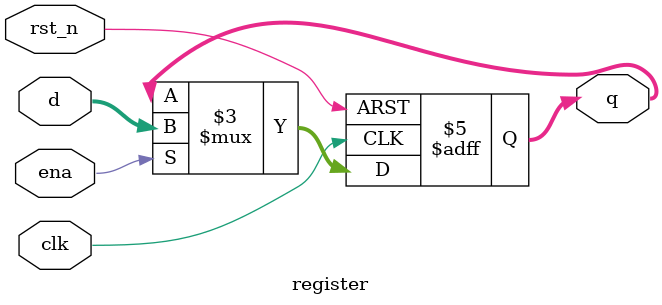
<source format=v>

module register
#(
    parameter SIZE = 4
)
(
    input                          ena, 
    input                          clk,
	input                          rst_n,
    input      [SIZE - 1 : 0]      d,
    output reg [SIZE - 1 : 0]      q
);
    always @ (posedge clk or negedge rst_n)
        if (! rst_n)
            q <= {SIZE {1'b0}};
        else if (ena)
            q <= d;
endmodule
</source>
